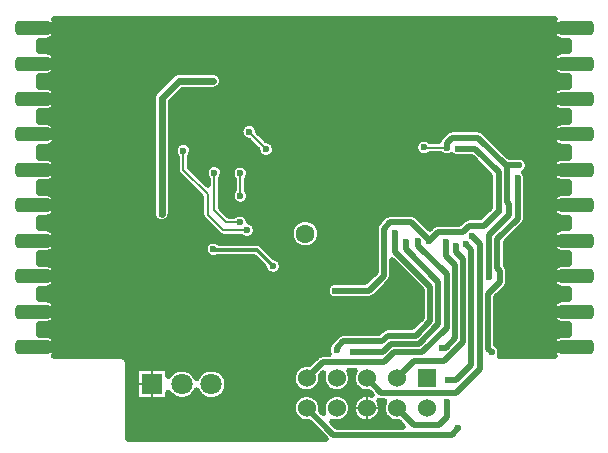
<source format=gbl>
G04 Layer_Physical_Order=2*
G04 Layer_Color=16711680*
%FSLAX24Y24*%
%MOIN*%
G70*
G01*
G75*
%ADD10C,0.0197*%
%ADD31C,0.0079*%
%ADD32C,0.0394*%
%ADD33C,0.0236*%
%ADD34C,0.0118*%
%ADD36C,0.0600*%
%ADD37R,0.0600X0.0600*%
%ADD38R,0.0709X0.0709*%
%ADD39C,0.0709*%
%ADD40C,0.0630*%
G04:AMPARAMS|DCode=41|XSize=118.1mil|YSize=47.2mil|CornerRadius=11.8mil|HoleSize=0mil|Usage=FLASHONLY|Rotation=0.000|XOffset=0mil|YOffset=0mil|HoleType=Round|Shape=RoundedRectangle|*
%AMROUNDEDRECTD41*
21,1,0.1181,0.0236,0,0,0.0*
21,1,0.0945,0.0472,0,0,0.0*
1,1,0.0236,0.0472,-0.0118*
1,1,0.0236,-0.0472,-0.0118*
1,1,0.0236,-0.0472,0.0118*
1,1,0.0236,0.0472,0.0118*
%
%ADD41ROUNDEDRECTD41*%
%ADD42C,0.0236*%
D10*
X44621Y36515D02*
G03*
X44562Y36338I236J-177D01*
G01*
Y36102D02*
G03*
X44857Y35807I295J0D01*
G01*
Y35452D02*
G03*
X44562Y35157I0J-295D01*
G01*
Y34921D02*
G03*
X44857Y34626I295J0D01*
G01*
Y34271D02*
G03*
X44562Y33976I0J-295D01*
G01*
X44857Y33090D02*
G03*
X44562Y32795I0J-295D01*
G01*
Y33740D02*
G03*
X44857Y33444I295J0D01*
G01*
X44562Y32559D02*
G03*
X44857Y32263I295J0D01*
G01*
Y31909D02*
G03*
X44562Y31614I0J-295D01*
G01*
X43730Y31654D02*
G03*
X43329Y31929I-295J0D01*
G01*
X43603Y31411D02*
G03*
X43730Y31654I-168J243D01*
G01*
X44562Y31378D02*
G03*
X44857Y31082I295J0D01*
G01*
Y30728D02*
G03*
X44562Y30433I0J-295D01*
G01*
X43661Y31105D02*
G03*
X43681Y31211I-276J106D01*
G01*
X44562Y30196D02*
G03*
X44857Y29901I295J0D01*
G01*
Y29547D02*
G03*
X44562Y29252I0J-295D01*
G01*
Y29015D02*
G03*
X44857Y28720I295J0D01*
G01*
X43681Y31211D02*
G03*
X43603Y31411I-295J0D01*
G01*
X43581Y29667D02*
G03*
X43661Y29862I-195J195D01*
G01*
X43581Y29667D02*
G03*
X43661Y29862I-195J195D01*
G01*
X43071Y28140D02*
G03*
X42992Y28333I-276J0D01*
G01*
X43071Y28140D02*
G03*
X42992Y28333I-276J0D01*
G01*
X42272Y32764D02*
G03*
X42077Y32844I-195J-195D01*
G01*
X42272Y32764D02*
G03*
X42077Y32844I-195J-195D01*
G01*
X41191D02*
G03*
X40996Y32764I0J-276D01*
G01*
X41191Y32844D02*
G03*
X40996Y32764I0J-276D01*
G01*
X40829Y32596D02*
G03*
X40752Y32451I195J-195D01*
G01*
X40829Y32596D02*
G03*
X40752Y32451I195J-195D01*
G01*
X40477D02*
G03*
X40455Y32018I-211J-207D01*
G01*
X35305Y32185D02*
G03*
X35021Y32480I-295J0D01*
G01*
X41772Y29911D02*
G03*
X41577Y29831I0J-276D01*
G01*
X41772Y29911D02*
G03*
X41577Y29831I0J-276D01*
G01*
X40823Y32018D02*
G03*
X41198Y31996I201J217D01*
G01*
D02*
G03*
X41513Y31929I209J208D01*
G01*
X40732Y29705D02*
G03*
X40537Y29624I0J-276D01*
G01*
X40732Y29705D02*
G03*
X40537Y29624I0J-276D01*
G01*
X40042Y29949D02*
G03*
X39847Y30030I-195J-195D01*
G01*
X40042Y29949D02*
G03*
X39847Y30030I-195J-195D01*
G01*
X39144D02*
G03*
X38949Y29949I0J-276D01*
G01*
X39144Y30030D02*
G03*
X38949Y29949I0J-276D01*
G01*
X38732Y29732D02*
G03*
X38652Y29537I195J-195D01*
G01*
X38732Y29732D02*
G03*
X38652Y29537I195J-195D01*
G01*
X36806Y29370D02*
G03*
X36806Y29370I-492J0D01*
G01*
X35531Y28287D02*
G03*
X35278Y28580I-295J0D01*
G01*
X44857Y28366D02*
G03*
X44562Y28070I0J-295D01*
G01*
Y27834D02*
G03*
X44857Y27539I295J0D01*
G01*
X42990Y27561D02*
G03*
X43071Y27756I-195J195D01*
G01*
X42990Y27561D02*
G03*
X43071Y27756I-195J195D01*
G01*
X39122Y27778D02*
G03*
X39203Y27972I-195J195D01*
G01*
X39122Y27778D02*
G03*
X39203Y27972I-195J195D01*
G01*
X38425Y27195D02*
G03*
X38620Y27276I0J276D01*
G01*
X38425Y27195D02*
G03*
X38620Y27276I0J276D01*
G01*
X44857Y27185D02*
G03*
X44562Y26889I0J-295D01*
G01*
Y26653D02*
G03*
X44857Y26358I295J0D01*
G01*
Y26004D02*
G03*
X44562Y25708I0J-295D01*
G01*
Y25472D02*
G03*
X44621Y25295I295J0D01*
G01*
X42815Y25423D02*
G03*
X42677Y25673I-295J0D01*
G01*
X42786Y25295D02*
G03*
X42815Y25423I-266J128D01*
G01*
X39053Y26250D02*
G03*
X38858Y26169I0J-276D01*
G01*
X39053Y26250D02*
G03*
X38858Y26169I0J-276D01*
G01*
X38771Y23801D02*
G03*
X38851Y23789I81J264D01*
G01*
X37957Y24803D02*
G03*
X38444Y24082I406J-250D01*
G01*
X38771Y23801D02*
G03*
X38851Y23789I81J264D01*
G01*
X38841Y23553D02*
G03*
X38771Y23801I-477J0D01*
G01*
X38949Y23789D02*
G03*
X39444Y23082I414J-237D01*
G01*
X38524Y24002D02*
G03*
X38841Y23553I-161J-449D01*
G01*
X37841Y24553D02*
G03*
X37770Y24803I-477J0D01*
G01*
X37571Y26055D02*
G03*
X37376Y25974I0J-276D01*
G01*
X37571Y26055D02*
G03*
X37376Y25974I0J-276D01*
G01*
X37419Y27746D02*
G03*
X37419Y27195I-106J-276D01*
G01*
X37157Y25756D02*
G03*
X37085Y25627I195J-195D01*
G01*
X37157Y25756D02*
G03*
X37085Y25627I195J-195D01*
G01*
D02*
G03*
X37097Y25354I268J-125D01*
G01*
X36889D02*
G03*
X36695Y25274I0J-276D01*
G01*
X36889Y25354D02*
G03*
X36695Y25274I0J-276D01*
G01*
X34944Y28246D02*
G03*
X35531Y28287I292J42D01*
G01*
X36914Y24714D02*
G03*
X37841Y24553I449J-161D01*
G01*
X36444Y25023D02*
G03*
X36841Y24553I-81J-470D01*
G01*
D02*
G03*
X36834Y24633I-477J0D01*
G01*
X37841Y23553D02*
G03*
X36914Y23392I-477J0D01*
G01*
X37202Y23104D02*
G03*
X37841Y23553I161J449D01*
G01*
X36834Y23472D02*
G03*
X36841Y23553I-470J81D01*
G01*
D02*
G03*
X36444Y23082I-477J0D01*
G01*
X33248Y34173D02*
G03*
X33543Y34469I0J295D01*
G01*
X33248Y34173D02*
G03*
X33543Y34469I0J295D01*
G01*
D02*
G03*
X33248Y34764I-295J0D01*
G01*
X33543Y34469D02*
G03*
X33248Y34764I-295J0D01*
G01*
X34734Y32767D02*
G03*
X34417Y32471I-295J-1D01*
G01*
X34715Y32174D02*
G03*
X35305Y32185I295J11D01*
G01*
X34439Y31378D02*
G03*
X33927Y31177I-295J0D01*
G01*
X34360D02*
G03*
X34439Y31378I-217J201D01*
G01*
X33494Y31197D02*
G03*
X33573Y31398I-217J201D01*
G01*
X34439Y30630D02*
G03*
X34360Y30831I-295J0D01*
G01*
X33927D02*
G03*
X34439Y30630I217J-201D01*
G01*
X33573Y31398D02*
G03*
X33061Y31197I-295J0D01*
G01*
X32096Y34764D02*
G03*
X31888Y34677I0J-295D01*
G01*
X32096Y34764D02*
G03*
X31888Y34677I0J-295D01*
G01*
X31317Y34106D02*
G03*
X31230Y33898I209J-209D01*
G01*
X31317Y34106D02*
G03*
X31230Y33898I209J-209D01*
G01*
X27987Y36338D02*
G03*
X27928Y36515I-295J0D01*
G01*
X27987Y35157D02*
G03*
X27692Y35452I-295J0D01*
G01*
Y35807D02*
G03*
X27987Y36102I0J295D01*
G01*
X27692Y34626D02*
G03*
X27987Y34921I0J295D01*
G01*
Y33976D02*
G03*
X27692Y34271I-295J0D01*
G01*
Y33444D02*
G03*
X27987Y33740I0J295D01*
G01*
X32461Y31935D02*
G03*
X32539Y32136I-217J201D01*
G01*
D02*
G03*
X32028Y31935I-295J0D01*
G01*
Y31496D02*
G03*
X32091Y31343I217J0D01*
G01*
X32028Y31496D02*
G03*
X32091Y31343I217J0D01*
G01*
X27987Y32795D02*
G03*
X27692Y33090I-295J0D01*
G01*
Y32263D02*
G03*
X27987Y32559I0J295D01*
G01*
X27692Y31082D02*
G03*
X27987Y31378I0J295D01*
G01*
Y30433D02*
G03*
X27692Y30728I-295J0D01*
G01*
X27987Y31614D02*
G03*
X27692Y31909I-295J0D01*
G01*
X34665Y29488D02*
G03*
X34428Y29778I-295J0D01*
G01*
X34169Y29272D02*
G03*
X34665Y29488I201J217D01*
G01*
X34428Y29778D02*
G03*
X33933Y29970I-294J-24D01*
G01*
X34852Y29006D02*
G03*
X34685Y29075I-167J-167D01*
G01*
X34852Y29006D02*
G03*
X34685Y29075I-167J-167D01*
G01*
X33419Y29335D02*
G03*
X33573Y29272I153J153D01*
G01*
X33420Y29335D02*
G03*
X33573Y29272I153J153D01*
G01*
X33438Y29075D02*
G03*
X33411Y28602I-190J-226D01*
G01*
X33716Y24350D02*
G03*
X32692Y24551I-531J0D01*
G01*
Y24149D02*
G03*
X33716Y24350I492J201D01*
G01*
X32844Y30000D02*
G03*
X32908Y29847I217J0D01*
G01*
X32844Y30000D02*
G03*
X32908Y29847I217J0D01*
G01*
X31230Y30039D02*
G03*
X31821Y30039I295J0D01*
G01*
X31230D02*
G03*
X31821Y30039I295J0D01*
G01*
X27692Y29901D02*
G03*
X27987Y30196I0J295D01*
G01*
Y29252D02*
G03*
X27692Y29547I-295J0D01*
G01*
Y28720D02*
G03*
X27987Y29015I0J295D01*
G01*
Y28070D02*
G03*
X27692Y28366I-295J0D01*
G01*
X32692Y24551D02*
G03*
X31747Y24628I-492J-201D01*
G01*
Y24072D02*
G03*
X32692Y24149I453J278D01*
G01*
X27692Y27539D02*
G03*
X27987Y27834I0J295D01*
G01*
Y26889D02*
G03*
X27692Y27185I-295J0D01*
G01*
Y26358D02*
G03*
X27987Y26653I0J295D01*
G01*
Y25708D02*
G03*
X27692Y26004I-295J0D01*
G01*
X27928Y25295D02*
G03*
X27987Y25472I-236J177D01*
G01*
X30389Y25078D02*
G03*
X30172Y25295I-217J0D01*
G01*
X30389Y25078D02*
G03*
X30172Y25295I-217J0D01*
G01*
X45039Y35452D02*
Y35807D01*
X44961Y35452D02*
Y35807D01*
X45113Y35452D02*
Y35807D01*
X44857Y35452D02*
X45113D01*
X44857Y35807D02*
X45113D01*
X44882Y35452D02*
Y35807D01*
X45039Y34271D02*
Y34626D01*
X44961Y34271D02*
Y34626D01*
X45113Y34271D02*
Y34626D01*
X44857D02*
X45113D01*
X44882Y34271D02*
Y34626D01*
X44857Y34271D02*
X45113D01*
X44646Y35363D02*
Y35896D01*
X44567Y36390D02*
Y36515D01*
Y35209D02*
Y36050D01*
X44562Y36102D02*
Y36338D01*
X44803Y35447D02*
Y35812D01*
X44724Y35421D02*
Y35838D01*
X44803Y34266D02*
Y34631D01*
X44562Y34921D02*
Y35157D01*
X45039Y33090D02*
Y33444D01*
X44961Y33090D02*
Y33444D01*
X45113Y33090D02*
Y33444D01*
X44857D02*
X45113D01*
X44882Y33090D02*
Y33444D01*
X44857Y33090D02*
X45113D01*
X45039Y31909D02*
Y32263D01*
X44961Y31909D02*
Y32263D01*
X45113Y31909D02*
Y32263D01*
X44857Y31909D02*
X45113D01*
X44857Y32263D02*
X45113D01*
X44882Y31909D02*
Y32263D01*
X44724Y34240D02*
Y34657D01*
X44646Y34182D02*
Y34715D01*
Y33001D02*
Y33534D01*
X44567Y34028D02*
Y34869D01*
Y32847D02*
Y33688D01*
X44803Y33085D02*
Y33450D01*
X44724Y33058D02*
Y33476D01*
X44803Y31904D02*
Y32268D01*
X44724Y31877D02*
Y32295D01*
X44646Y31819D02*
Y32353D01*
X44567Y31666D02*
Y32507D01*
X42150Y32835D02*
X44565D01*
X42358Y32677D02*
X44562D01*
X42437Y32598D02*
X44562D01*
X42831Y32205D02*
X45113D01*
X42752Y32283D02*
X44751D01*
X42909Y32126D02*
X45113D01*
X42595Y32441D02*
X44587D01*
X42516Y32520D02*
X44565D01*
X42673Y32362D02*
X44637D01*
X42835Y32201D02*
Y36515D01*
X42756Y32280D02*
Y36515D01*
X42913Y32122D02*
Y36515D01*
X42598Y32437D02*
Y36515D01*
X42362Y32673D02*
Y36515D01*
X42677Y32358D02*
Y36515D01*
X44562Y32559D02*
Y32795D01*
Y33740D02*
Y33976D01*
X42520Y32516D02*
Y36515D01*
X42280Y32756D02*
X44562D01*
X42283Y32752D02*
Y36515D01*
X42441Y32595D02*
Y36515D01*
X43612Y31890D02*
X44752D01*
X43701Y31782D02*
Y36515D01*
X43067Y31968D02*
X45113D01*
X42988Y32047D02*
X45113D01*
X43720Y31732D02*
X44587D01*
X43730Y31653D02*
X44565D01*
X44562Y31378D02*
Y31614D01*
X43685Y31811D02*
X44638D01*
X43720Y31575D02*
X44562D01*
X43543Y31928D02*
Y36515D01*
X43464Y31947D02*
Y36515D01*
X43622Y31882D02*
Y36515D01*
X43386Y31945D02*
Y36515D01*
X43307Y31929D02*
Y36515D01*
X43228Y31929D02*
Y36515D01*
X43106Y31929D02*
X43329D01*
X43071Y31965D02*
Y36515D01*
X43150Y31929D02*
Y36515D01*
X42272Y32764D02*
X43106Y31929D01*
X42992Y32043D02*
Y36515D01*
X41854Y31929D02*
X42480Y31303D01*
X44857Y31082D02*
X45113D01*
X45039Y30728D02*
Y31082D01*
X45113Y30728D02*
Y31082D01*
X43661Y31102D02*
X44751D01*
X44803Y30723D02*
Y31087D01*
X44857Y30728D02*
X45113D01*
X44882D02*
Y31082D01*
X44961Y30728D02*
Y31082D01*
X43661Y30945D02*
X45113D01*
X43661Y31024D02*
X45113D01*
X44646Y30638D02*
Y31172D01*
X43685Y31496D02*
X44562D01*
X44567Y30485D02*
Y31325D01*
X43680Y31181D02*
X44637D01*
X43677Y31260D02*
X44587D01*
X44724Y30696D02*
Y31114D01*
X43661Y30394D02*
X44562D01*
Y30196D02*
Y30433D01*
X43661Y30236D02*
X44562D01*
X43661Y30315D02*
X44562D01*
X43661Y30157D02*
X44565D01*
X45039Y29547D02*
Y29901D01*
X44961Y29547D02*
Y29901D01*
X45113Y29547D02*
Y29901D01*
X44857D02*
X45113D01*
X44882Y29547D02*
Y29901D01*
X44857Y29547D02*
X45113D01*
X45039Y28366D02*
Y28720D01*
X44961Y28366D02*
Y28720D01*
X45113Y28366D02*
Y28720D01*
X44857Y28366D02*
X45113D01*
X44857Y28720D02*
X45113D01*
X44882Y28366D02*
Y28720D01*
X44803Y29542D02*
Y29906D01*
X44724Y29515D02*
Y29933D01*
X44646Y29457D02*
Y29991D01*
X44567Y29304D02*
Y30144D01*
X44803Y28361D02*
Y28725D01*
X44724Y28334D02*
Y28752D01*
X44646Y28276D02*
Y28810D01*
X44562Y29015D02*
Y29252D01*
X44567Y28123D02*
Y28963D01*
X43661Y30630D02*
X44638D01*
X43661Y30551D02*
X44587D01*
X43661Y30472D02*
X44565D01*
X43661Y30787D02*
X45113D01*
X43661Y30866D02*
X45113D01*
X43661Y30709D02*
X44752D01*
X43661Y30000D02*
X44637D01*
X43661Y30079D02*
X44587D01*
X43661Y29921D02*
X44751D01*
X43643Y29764D02*
X45113D01*
X43661Y29842D02*
X45113D01*
X43597Y29685D02*
X45113D01*
X43612Y31417D02*
X44562D01*
X43622Y31388D02*
Y31425D01*
X42441Y30203D02*
Y31343D01*
X42362Y30124D02*
Y31421D01*
X42283Y30045D02*
Y31500D01*
X43652Y31339D02*
X44565D01*
X43661Y29862D02*
Y31105D01*
X42150Y29911D02*
X42480Y30242D01*
Y31303D01*
X43520Y29606D02*
X45113D01*
X43441Y29527D02*
X44752D01*
X43362Y29449D02*
X44638D01*
X42992Y28740D02*
X44751D01*
X42992Y28819D02*
X44637D01*
X42992Y28661D02*
X45113D01*
X42992Y28346D02*
X44752D01*
X43039Y28268D02*
X44638D01*
X43066Y28189D02*
X44587D01*
X42992Y28504D02*
X45113D01*
X42992Y28583D02*
X45113D01*
X42992Y28425D02*
X45113D01*
X43283Y29370D02*
X44587D01*
X43205Y29291D02*
X44565D01*
X43126Y29213D02*
X44562D01*
X43047Y29134D02*
X44562D01*
X42992Y29079D02*
X43581Y29667D01*
X43071Y28147D02*
Y29157D01*
X42992Y28898D02*
X44587D01*
X42992Y28976D02*
X44565D01*
X42992Y29055D02*
X44562D01*
X42992Y28333D02*
Y29079D01*
X42126Y32840D02*
Y36515D01*
X42047Y32844D02*
Y36515D01*
X42205Y32813D02*
Y36515D01*
X41890Y32844D02*
Y36515D01*
X41653Y32844D02*
Y36515D01*
X41968Y32844D02*
Y36515D01*
X41811Y32844D02*
Y36515D01*
X41191Y32844D02*
X42077D01*
X41575D02*
Y36515D01*
X41732Y32844D02*
Y36515D01*
X41339Y32844D02*
Y36515D01*
X41260Y32844D02*
Y36515D01*
X41417Y32844D02*
Y36515D01*
X41181Y32844D02*
Y36515D01*
X41102Y32830D02*
Y36515D01*
X40945Y32713D02*
Y36515D01*
X41496Y32844D02*
Y36515D01*
X41024Y32788D02*
Y36515D01*
X40866Y32634D02*
Y36515D01*
X40829Y32596D02*
X40996Y32764D01*
X40787Y32543D02*
Y36515D01*
X40709Y32451D02*
Y36515D01*
X40630Y32451D02*
Y36515D01*
X40472Y32455D02*
Y36515D01*
X40394Y32510D02*
Y36515D01*
X40551Y32451D02*
Y36515D01*
X40630Y29685D02*
Y32018D01*
X40372Y32520D02*
X40775D01*
X40477Y32451D02*
X40752D01*
X40315Y32535D02*
Y36515D01*
X40236Y32538D02*
Y36515D01*
X40157Y32519D02*
Y36515D01*
X40079Y32473D02*
Y36515D01*
X40000Y32373D02*
Y36515D01*
X39921Y30019D02*
Y36515D01*
X39842Y30030D02*
Y36515D01*
X39764Y30030D02*
Y36515D01*
X40000Y29983D02*
Y32116D01*
X39606Y30030D02*
Y36515D01*
X39527Y30030D02*
Y36515D01*
X39685Y30030D02*
Y36515D01*
X34903Y32598D02*
X40831D01*
X34981Y32520D02*
X40160D01*
X39449Y30030D02*
Y36515D01*
X34726Y32835D02*
X41118D01*
X34745Y32756D02*
X40988D01*
X34824Y32677D02*
X40909D01*
X35304Y32205D02*
X39973D01*
X35288Y32283D02*
X39973D01*
X35299Y32126D02*
X39995D01*
X35157Y32441D02*
X40046D01*
X35246Y32362D02*
X39995D01*
X35271Y32047D02*
X40046D01*
X39291Y30030D02*
Y36515D01*
X39213Y30030D02*
Y36515D01*
X39370Y30030D02*
Y36515D01*
X35197Y32414D02*
Y36515D01*
X35118Y32460D02*
Y36515D01*
X35276Y32314D02*
Y36515D01*
X35039Y32479D02*
Y36515D01*
X34961Y32541D02*
Y36515D01*
X34882Y32619D02*
Y36515D01*
X34803Y32698D02*
Y36515D01*
X34734Y32767D02*
X35021Y32480D01*
X38661Y29610D02*
Y36515D01*
X36693Y29684D02*
Y36515D01*
X36772Y29551D02*
Y36515D01*
X36535Y29809D02*
Y36515D01*
X36457Y29841D02*
Y36515D01*
X36614Y29760D02*
Y36515D01*
X39134Y30029D02*
Y36515D01*
X39055Y30015D02*
Y36515D01*
X38976Y29973D02*
Y36515D01*
X38898Y29898D02*
Y36515D01*
X38819Y29819D02*
Y36515D01*
X38740Y29740D02*
Y36515D01*
X36378Y29858D02*
Y36515D01*
X36299Y29862D02*
Y36515D01*
X36220Y29853D02*
Y36515D01*
X36142Y29831D02*
Y36515D01*
X36063Y29793D02*
Y36515D01*
X35984Y29735D02*
Y36515D01*
X35905Y29644D02*
Y36515D01*
X35827Y29437D02*
Y36515D01*
X35512Y28394D02*
Y36515D01*
X35354Y28558D02*
Y36515D01*
X35276Y28582D02*
Y32056D01*
X35433Y28508D02*
Y36515D01*
X42047Y29911D02*
Y31736D01*
X41968Y29911D02*
Y31815D01*
X42126Y29911D02*
Y31658D01*
X41513Y31929D02*
X41854D01*
X41811Y29911D02*
Y31929D01*
X41890Y29911D02*
Y31894D01*
X42205Y29966D02*
Y31579D01*
X41772Y29911D02*
X42150D01*
X39971Y30000D02*
X42238D01*
X40069Y29921D02*
X42159D01*
X41152Y31968D02*
X41230D01*
X40455Y32018D02*
X40823D01*
X40079Y29912D02*
Y32016D01*
X40157Y29833D02*
Y31969D01*
X41732Y29909D02*
Y31929D01*
X41653Y29885D02*
Y31929D01*
X41575Y29829D02*
Y31929D01*
X40148Y29842D02*
X41589D01*
X40372Y31968D02*
X40895D01*
X40227Y29764D02*
X41510D01*
X41181Y29705D02*
Y31984D01*
X41102Y29705D02*
Y31950D01*
X41260Y29705D02*
Y31949D01*
X40866Y29705D02*
Y31985D01*
X40787Y29705D02*
Y32018D01*
X40945Y29705D02*
Y31950D01*
X41451Y29705D02*
X41577Y29831D01*
X41496Y29750D02*
Y31923D01*
X41417Y29705D02*
Y31910D01*
X40732Y29705D02*
X41451D01*
X41024D02*
Y31939D01*
X41339Y29705D02*
Y31918D01*
X40709Y29704D02*
Y32018D01*
X40551Y29637D02*
Y32018D01*
X40472Y29559D02*
Y32018D01*
X40315Y29676D02*
Y31953D01*
X40236Y29754D02*
Y31950D01*
X40394Y29597D02*
Y31978D01*
X40452Y29539D02*
X40537Y29624D01*
X40305Y29685D02*
X40630D01*
X40384Y29606D02*
X40519D01*
X40042Y29949D02*
X40452Y29539D01*
X39144Y30030D02*
X39847D01*
X35211Y31968D02*
X40160D01*
X38732Y29732D02*
X38949Y29949D01*
X36451Y29842D02*
X38842D01*
X36609Y29764D02*
X38764D01*
X36692Y29685D02*
X38694D01*
X36806Y29370D02*
X38652D01*
X36800Y29449D02*
X38652D01*
X36800Y29291D02*
X38652D01*
X36746Y29606D02*
X38660D01*
X36780Y29527D02*
X38652D01*
X34803Y29043D02*
Y31974D01*
X36746Y29134D02*
X38652D01*
X36781Y29213D02*
X38652D01*
X36693Y29055D02*
X38652D01*
X34881Y28976D02*
X36018D01*
X34780Y29055D02*
X35936D01*
X36610Y28976D02*
X38652D01*
X35275Y28583D02*
X38652D01*
X36453Y28898D02*
X38652D01*
X35437Y28504D02*
X38652D01*
X35118Y28740D02*
X38652D01*
X35039Y28819D02*
X38652D01*
X35196Y28661D02*
X38652D01*
X39203Y28346D02*
X39335D01*
X39203Y28425D02*
X39256D01*
X39203Y28268D02*
X39413D01*
X39203Y28189D02*
X39492D01*
X35526Y28346D02*
X38652D01*
X39203Y28110D02*
X39571D01*
X35118Y28740D02*
Y31910D01*
X35197Y28661D02*
Y31956D01*
X34961Y28897D02*
Y31894D01*
X34882Y28976D02*
Y31919D01*
X35039Y28818D02*
Y31891D01*
X35531Y28268D02*
X38652D01*
X35497Y28425D02*
X38652D01*
X35515Y28189D02*
X38652D01*
X34960Y28898D02*
X36175D01*
X34852Y29006D02*
X35278Y28580D01*
X44857Y27539D02*
X45113D01*
X44803Y27180D02*
Y27544D01*
X44724Y27153D02*
Y27571D01*
X42988Y27559D02*
X44751D01*
X45039Y27185D02*
Y27539D01*
X44961Y27185D02*
Y27539D01*
X45113Y27185D02*
Y27539D01*
X42831Y27402D02*
X45113D01*
X42909Y27480D02*
X45113D01*
X44882Y27185D02*
Y27539D01*
X43071Y28110D02*
X44565D01*
X44562Y27834D02*
Y28070D01*
X43071Y27756D02*
Y28140D01*
Y27953D02*
X44562D01*
X43071Y28031D02*
X44562D01*
X43071Y27874D02*
X44562D01*
X43068Y27716D02*
X44587D01*
X43071Y27795D02*
X44565D01*
X44646Y27095D02*
Y27629D01*
X43044Y27638D02*
X44637D01*
X44409Y25295D02*
Y36515D01*
X44331Y25295D02*
Y36515D01*
X44488Y25295D02*
Y36515D01*
X44173Y25295D02*
Y36515D01*
X44094Y25295D02*
Y36515D01*
X44252Y25295D02*
Y36515D01*
X44567Y26941D02*
Y27782D01*
X44016Y25295D02*
Y36515D01*
X43937Y25295D02*
Y36515D01*
X43779Y25295D02*
Y36515D01*
X43701Y25295D02*
Y31525D01*
X43858Y25295D02*
Y36515D01*
X43543Y25295D02*
Y29630D01*
X43464Y25295D02*
Y29551D01*
X43622Y25295D02*
Y29720D01*
X43307Y25295D02*
Y29394D01*
X43228Y25295D02*
Y29315D01*
X43386Y25295D02*
Y29472D01*
X43071Y25295D02*
Y27749D01*
X42992Y25295D02*
Y27563D01*
X43150Y25295D02*
Y29236D01*
X42835Y25295D02*
Y27405D01*
X42756Y25601D02*
Y27327D01*
X42913Y25295D02*
Y27484D01*
X39185Y27874D02*
X39807D01*
X39202Y27953D02*
X39728D01*
X39203Y28478D02*
X40197Y27484D01*
X39061Y27716D02*
X39965D01*
X39138Y27795D02*
X39886D01*
X38982Y27638D02*
X40043D01*
X42752Y27323D02*
X45113D01*
X38903Y27559D02*
X40122D01*
X42677Y27248D02*
X42990Y27561D01*
X38746Y27402D02*
X40197D01*
X38825Y27480D02*
X40197D01*
X38667Y27323D02*
X40197D01*
X38652Y28087D02*
Y29537D01*
X38583Y28018D02*
Y36515D01*
X39203Y27972D02*
Y28478D01*
X35472Y28110D02*
X38652D01*
X38504Y27939D02*
Y36515D01*
X38311Y27746D02*
X38652Y28087D01*
X39203Y28031D02*
X39650D01*
X38620Y27276D02*
X39122Y27778D01*
X35383Y28031D02*
X38596D01*
X39764Y26250D02*
Y27917D01*
X39685Y26250D02*
Y27996D01*
X39842Y26250D02*
Y27839D01*
X39527Y26250D02*
Y28154D01*
X39449Y26250D02*
Y28232D01*
X39606Y26250D02*
Y28075D01*
X40197Y26573D02*
Y27484D01*
X40157Y26533D02*
Y27524D01*
X42677Y25673D02*
Y27248D01*
X40079Y26455D02*
Y27602D01*
X40000Y26376D02*
Y27681D01*
X39921Y26297D02*
Y27760D01*
X39291Y26250D02*
Y28390D01*
X39213Y26250D02*
Y28469D01*
X39370Y26250D02*
Y28311D01*
X39134Y26250D02*
Y27790D01*
X39055Y26250D02*
Y27711D01*
X38976Y26239D02*
Y27632D01*
X38898Y26202D02*
Y27553D01*
X38819Y26130D02*
Y27474D01*
X38740Y26055D02*
Y27396D01*
X38583Y26055D02*
Y27244D01*
X38661Y26055D02*
Y27317D01*
X44857Y27185D02*
X45113D01*
X44857Y26358D02*
X45113D01*
X42677Y27244D02*
X45113D01*
X42677Y27165D02*
X44752D01*
X44857Y26004D02*
X45113D01*
X42677Y26299D02*
X45113D01*
X44882Y26004D02*
Y26358D01*
X42677Y26142D02*
X45113D01*
X42677Y26220D02*
X45113D01*
X42677Y26063D02*
X45113D01*
X42677Y27087D02*
X44638D01*
X42677Y27008D02*
X44587D01*
X44562Y26653D02*
Y26889D01*
X42677Y26929D02*
X44565D01*
X42677Y26850D02*
X44562D01*
X42677Y26772D02*
X44562D01*
X42677Y26614D02*
X44565D01*
X42677Y26693D02*
X44562D01*
X42677Y26535D02*
X44587D01*
X42677Y26378D02*
X44751D01*
X42677Y26457D02*
X44637D01*
X39874Y26250D02*
X40197Y26573D01*
X45039Y26004D02*
Y26358D01*
X44961Y26004D02*
Y26358D01*
X45113Y26004D02*
Y26358D01*
X44803Y25998D02*
Y26363D01*
X44724Y25972D02*
Y26390D01*
X44646Y25914D02*
Y26448D01*
X42786Y25295D02*
X44621D01*
X42677Y25984D02*
X44752D01*
X42677Y25905D02*
X44638D01*
X42677Y25827D02*
X44587D01*
X44567Y25760D02*
Y26601D01*
X42763Y25591D02*
X44562D01*
Y25472D02*
Y25708D01*
X42677Y25748D02*
X44565D01*
X42683Y25669D02*
X44562D01*
X42807Y25354D02*
X44587D01*
X42815Y25433D02*
X44565D01*
X44567Y25295D02*
Y25420D01*
X42801Y25512D02*
X44562D01*
X39527Y22943D02*
Y22999D01*
X39053Y26250D02*
X39874D01*
X38582Y27244D02*
X40197D01*
X38744Y26055D02*
X38858Y26169D01*
X38851Y23789D02*
X38949D01*
X38898Y23656D02*
Y23789D01*
X38840Y23543D02*
X38886D01*
X38783Y23779D02*
X38944D01*
X38817Y23701D02*
X38910D01*
X38835Y23622D02*
X38891D01*
X38504Y26055D02*
Y27206D01*
X38425Y26055D02*
Y27195D01*
X38444Y24082D02*
X38524Y24002D01*
X37571Y26055D02*
X38744D01*
X37419Y27195D02*
X38425D01*
X38819Y23695D02*
Y23791D01*
X38479Y24016D02*
X38511D01*
X38425Y24026D02*
Y24080D01*
X39213Y22943D02*
Y23100D01*
X39134Y22943D02*
Y23134D01*
X39444Y23082D02*
X39583Y22943D01*
X38619Y23150D02*
X39108D01*
X39055Y22943D02*
Y23189D01*
X39370Y22943D02*
Y23076D01*
X39291Y22943D02*
Y23081D01*
X39449Y22943D02*
Y23078D01*
X37314Y22992D02*
X39534D01*
X37235Y23071D02*
X39456D01*
X37363Y22943D02*
X39583D01*
X38898D02*
Y23449D01*
X38832Y23465D02*
X38894D01*
X38819Y22943D02*
Y23410D01*
X38772Y23307D02*
X38954D01*
X38810Y23386D02*
X38916D01*
X38713Y23228D02*
X39014D01*
X38740Y22943D02*
Y23260D01*
X38976Y22943D02*
Y23274D01*
X38583Y22943D02*
Y23129D01*
X38504Y22943D02*
Y23097D01*
X38661Y22943D02*
Y23180D01*
X38425Y27860D02*
Y36515D01*
X38346Y27781D02*
Y36515D01*
X38268Y27746D02*
Y36515D01*
X38110Y27746D02*
Y36515D01*
X38031Y27746D02*
Y36515D01*
X38189Y27746D02*
Y36515D01*
Y26055D02*
Y27195D01*
X38031Y26055D02*
Y27195D01*
X38268Y26055D02*
Y27195D01*
X37419Y27746D02*
X38311D01*
X37953D02*
Y36515D01*
Y26055D02*
Y27195D01*
X37795Y27746D02*
Y36515D01*
X37716Y27746D02*
Y36515D01*
X37874Y27746D02*
Y36515D01*
X37638Y27746D02*
Y36515D01*
X37559Y27746D02*
Y36515D01*
X37165Y27726D02*
Y36515D01*
X37795Y26055D02*
Y27195D01*
X37480Y27746D02*
Y36515D01*
X37874Y26055D02*
Y27195D01*
X37323Y27766D02*
Y36515D01*
X37244Y27758D02*
Y36515D01*
X37401Y27752D02*
Y36515D01*
X38346Y26055D02*
Y27195D01*
X38110Y26055D02*
Y27195D01*
X37874Y22943D02*
Y24803D01*
X37770D02*
X37957D01*
X37795Y24756D02*
Y24803D01*
X37831Y24646D02*
X37895D01*
X37840Y24567D02*
X37886D01*
X37836Y24488D02*
X37891D01*
X37770Y24803D02*
X37957D01*
X37809Y24724D02*
X37918D01*
X37819Y24409D02*
X37908D01*
X37716Y26055D02*
Y27195D01*
X37638Y26055D02*
Y27195D01*
X37559Y26055D02*
Y27195D01*
X37480Y26040D02*
Y27195D01*
X37165Y25764D02*
Y27215D01*
X37087Y25634D02*
Y27281D01*
X37401Y25997D02*
Y27189D01*
X37323Y25921D02*
Y27175D01*
X37244Y25842D02*
Y27183D01*
X37157Y25756D02*
X37376Y25974D01*
X37087Y27660D02*
Y36515D01*
X37008Y25354D02*
Y36515D01*
X36929Y25354D02*
Y36515D01*
X36850Y25352D02*
Y36515D01*
X36772Y25328D02*
Y29188D01*
X36889Y25354D02*
X37097D01*
X36693Y25272D02*
Y29055D01*
X36614Y25193D02*
Y28980D01*
X36535Y25114D02*
Y28930D01*
X36142Y24975D02*
Y28909D01*
X36063Y24923D02*
Y28947D01*
X35984Y24842D02*
Y29005D01*
X36457Y25036D02*
Y28899D01*
X36378Y25030D02*
Y28882D01*
X36444Y25023D02*
X36695Y25274D01*
X36299Y25026D02*
Y28878D01*
X36220Y25008D02*
Y28887D01*
X36834Y24633D02*
X36914Y24714D01*
X35905Y24687D02*
Y29096D01*
X35827Y22519D02*
Y29302D01*
X35748Y22519D02*
Y36515D01*
X36846Y24646D02*
X36895D01*
X36840Y24567D02*
X36886D01*
X36850Y23456D02*
Y24650D01*
X36836Y24488D02*
X36891D01*
X35905Y23687D02*
Y24419D01*
X35590Y22519D02*
Y36515D01*
X35512Y22519D02*
Y28181D01*
X35669Y22519D02*
Y36515D01*
X34882Y22519D02*
Y28308D01*
X34803Y22519D02*
Y28386D01*
X34961Y22519D02*
Y28182D01*
X35354Y22519D02*
Y28017D01*
X35276Y22519D02*
Y27995D01*
X35433Y22519D02*
Y28067D01*
X35118Y22519D02*
Y28017D01*
X35039Y22519D02*
Y28067D01*
X35197Y22519D02*
Y27995D01*
X38189Y23997D02*
Y24109D01*
X38110Y23957D02*
Y24148D01*
X38031Y23896D02*
Y24210D01*
X37653Y24173D02*
X38074D01*
X37734Y24252D02*
X37993D01*
X37953Y23796D02*
Y24310D01*
X38346Y24030D02*
Y24076D01*
X38268Y24020D02*
Y24085D01*
X37730Y23858D02*
X37997D01*
X37479Y24016D02*
X38248D01*
X37496Y24094D02*
X38231D01*
X37646Y23937D02*
X38080D01*
X37786Y24331D02*
X37941D01*
X37716Y23874D02*
Y24232D01*
X37795Y23756D02*
Y24350D01*
X37559Y23988D02*
Y24118D01*
X37244Y24015D02*
Y24091D01*
X37638Y23943D02*
Y24162D01*
X37783Y23779D02*
X37944D01*
X37817Y23701D02*
X37910D01*
X37836Y23622D02*
X37891D01*
X37401Y24028D02*
Y24077D01*
X37323Y24028D02*
Y24077D01*
X37480Y24015D02*
Y24090D01*
X37713Y23228D02*
X38014D01*
X37772Y23307D02*
X37954D01*
X38031Y22943D02*
Y23210D01*
X38346Y22943D02*
Y23076D01*
X38268Y22943D02*
Y23085D01*
X38425Y22943D02*
Y23080D01*
X38110Y22943D02*
Y23148D01*
X37619Y23150D02*
X38108D01*
X38189Y22943D02*
Y23109D01*
X37832Y23465D02*
X37894D01*
X37840Y23543D02*
X37886D01*
X37953Y22943D02*
Y23310D01*
X37810Y23386D02*
X37916D01*
X37795Y22943D02*
Y23350D01*
X37716Y22943D02*
Y23232D01*
X37559Y22943D02*
Y23118D01*
X37480Y22943D02*
Y23090D01*
X37638Y22943D02*
Y23162D01*
X37401Y22943D02*
Y23077D01*
X37323Y22983D02*
Y23077D01*
X37202Y23104D02*
X37363Y22943D01*
X37087Y23941D02*
Y24164D01*
X37008Y23871D02*
Y24235D01*
X36929Y23750D02*
Y24355D01*
X36734Y24252D02*
X36993D01*
X36786Y24331D02*
X36941D01*
X36653Y24173D02*
X37074D01*
X37165Y23987D02*
Y24119D01*
X36730Y23858D02*
X36997D01*
X36783Y23779D02*
X36944D01*
X36479Y24016D02*
X37248D01*
X36496Y24094D02*
X37231D01*
X36646Y23937D02*
X37080D01*
X36819Y24409D02*
X36908D01*
X36693Y23898D02*
Y24208D01*
X36772Y23800D02*
Y24306D01*
X36614Y23959D02*
Y24147D01*
X36063Y23923D02*
Y24182D01*
X35984Y23842D02*
Y24263D01*
X36457Y24021D02*
Y24085D01*
X36378Y24030D02*
Y24076D01*
X36535Y23998D02*
Y24108D01*
X36299Y24026D02*
Y24080D01*
X36220Y24008D02*
Y24098D01*
X36142Y23975D02*
Y24130D01*
X36835Y23622D02*
X36891D01*
X36817Y23701D02*
X36910D01*
X36841Y23465D02*
X36894D01*
X36850Y22519D02*
Y22676D01*
X36929Y22519D02*
Y22597D01*
X36834Y23472D02*
X36914Y23392D01*
X36840Y23543D02*
X36886D01*
X36444Y23082D02*
X37007Y22519D01*
X36220D02*
Y23098D01*
X36142Y22519D02*
Y23130D01*
X36299Y22519D02*
Y23080D01*
X35984Y22519D02*
Y23263D01*
X35905Y22519D02*
Y23419D01*
X36063Y22519D02*
Y23182D01*
X36693Y22519D02*
Y22834D01*
X36614Y22519D02*
Y22912D01*
X36772Y22519D02*
Y22755D01*
X36457Y22519D02*
Y23070D01*
X36378Y22519D02*
Y23076D01*
X36535Y22519D02*
Y22991D01*
X34488Y33057D02*
Y36515D01*
X34409Y33060D02*
Y36515D01*
X34331Y33040D02*
Y36515D01*
X33484Y34646D02*
X44751D01*
X33395Y34724D02*
X44637D01*
X33526Y34567D02*
X45113D01*
X33537Y34409D02*
X45113D01*
X33543Y34488D02*
X45113D01*
X33509Y34331D02*
X45113D01*
X33449Y34252D02*
X44752D01*
X33150Y34764D02*
Y36515D01*
X33071Y34764D02*
Y36515D01*
X33228Y34764D02*
Y36515D01*
X32913Y34764D02*
Y36515D01*
X32835Y34764D02*
Y36515D01*
X32992Y34764D02*
Y36515D01*
X33465Y34669D02*
Y36515D01*
X33386Y34730D02*
Y36515D01*
X33543Y34475D02*
Y36515D01*
X33307Y34758D02*
Y36515D01*
X34646Y32977D02*
Y36515D01*
X34567Y33032D02*
Y36515D01*
X34724Y32842D02*
Y36515D01*
X34252Y32994D02*
Y36515D01*
X34173Y32894D02*
Y36515D01*
X33937Y31589D02*
Y36515D01*
X34629Y32992D02*
X44638D01*
X34695Y32913D02*
X44587D01*
X34094Y31669D02*
Y36515D01*
X34016Y31644D02*
Y36515D01*
X33858Y31453D02*
Y36515D01*
X33622Y30109D02*
Y36515D01*
X33543Y31526D02*
Y34462D01*
X33701Y30031D02*
Y36515D01*
X33386Y31672D02*
Y34207D01*
X33307Y31691D02*
Y34179D01*
X33465Y31626D02*
Y34268D01*
X33228Y31689D02*
Y34173D01*
X33150Y31664D02*
Y34173D01*
X33071Y31608D02*
Y34173D01*
X32992Y31473D02*
Y34173D01*
X32835Y31212D02*
Y34173D01*
X32913Y31133D02*
Y34173D01*
X27928Y36515D02*
X44621D01*
X27963Y36457D02*
X44587D01*
X27963Y35984D02*
X44587D01*
X27799Y35827D02*
X44751D01*
X27912Y35905D02*
X44637D01*
X27436Y35748D02*
X45113D01*
X27797Y35433D02*
X44752D01*
X27912Y35354D02*
X44638D01*
X27963Y35276D02*
X44587D01*
X27436Y35590D02*
X45113D01*
X27436Y35669D02*
X45113D01*
X27436Y35512D02*
X45113D01*
X27987Y36220D02*
X44562D01*
X27987Y36299D02*
X44562D01*
X27987Y36142D02*
X44562D01*
X27985Y36378D02*
X44565D01*
X27985Y36063D02*
X44565D01*
X27985Y35197D02*
X44565D01*
X27987Y35039D02*
X44562D01*
X27987Y35118D02*
X44562D01*
X32096Y34764D02*
X33248D01*
X27985Y34882D02*
X44565D01*
X27987Y34961D02*
X44562D01*
X27963Y34803D02*
X44587D01*
X32219Y34173D02*
X44638D01*
X32140Y34094D02*
X44587D01*
X32061Y34016D02*
X44565D01*
X31821Y33622D02*
X44587D01*
X31821Y33701D02*
X44565D01*
X31821Y33543D02*
X44637D01*
X31821Y33150D02*
X45113D01*
X31821Y33228D02*
X45113D01*
X31821Y33071D02*
X44752D01*
X31821Y33386D02*
X45113D01*
X31821Y33465D02*
X44751D01*
X31821Y33307D02*
X45113D01*
X32756Y34764D02*
Y36515D01*
X32677Y34764D02*
Y36515D01*
X32756Y31291D02*
Y34173D01*
X31982Y33937D02*
X44562D01*
X32219Y34173D02*
X33248D01*
X31904Y33858D02*
X44562D01*
X31825Y33779D02*
X44562D01*
X31821Y32992D02*
X34249D01*
X31821Y32913D02*
X34183D01*
X31821Y32835D02*
X34152D01*
X31821Y32756D02*
X34144D01*
X31821Y32677D02*
X34157D01*
X34417Y32471D02*
X34715Y32174D01*
X34436Y31417D02*
X42366D01*
X34364Y31575D02*
X42209D01*
X34250Y31653D02*
X42130D01*
X34414Y31496D02*
X42287D01*
X34414Y31260D02*
X42480D01*
X34436Y31339D02*
X42445D01*
X34364Y31181D02*
X42480D01*
X34360Y31024D02*
X42480D01*
X34360Y31102D02*
X42480D01*
X34360Y30945D02*
X42480D01*
X34331Y31607D02*
Y32491D01*
X34252Y31653D02*
Y32537D01*
X34409Y31507D02*
Y32472D01*
X34173Y31672D02*
Y32637D01*
X33514Y31575D02*
X33924D01*
X33567Y31339D02*
X33851D01*
X33572Y31417D02*
X33851D01*
X33539Y31260D02*
X33873D01*
X33556Y31496D02*
X33873D01*
X34439Y30630D02*
X42480D01*
X34428Y30709D02*
X42480D01*
X34428Y30551D02*
X42480D01*
X34394Y30787D02*
X42480D01*
X34360Y30866D02*
X42480D01*
X34321Y30394D02*
X42480D01*
X34393Y30472D02*
X42480D01*
X34297Y30000D02*
X39019D01*
X33495Y30236D02*
X42474D01*
X33574Y30157D02*
X42396D01*
X33653Y30079D02*
X42317D01*
X34360Y30831D02*
Y31177D01*
X33927Y30831D02*
Y31177D01*
X34409Y30759D02*
Y31249D01*
X33858Y30705D02*
Y31303D01*
X33494Y30237D02*
Y31197D01*
X33543Y30188D02*
Y31269D01*
X34173Y30047D02*
Y30336D01*
X34094Y30047D02*
Y30339D01*
X34252Y30025D02*
Y30355D01*
X33494Y30551D02*
X33859D01*
X34016Y30025D02*
Y30364D01*
X32500Y32283D02*
X34605D01*
X32434Y32362D02*
X34527D01*
X32531Y32205D02*
X34684D01*
X31821Y32520D02*
X34276D01*
X31821Y32598D02*
X34196D01*
X31821Y32441D02*
X34448D01*
X32526Y32047D02*
X34749D01*
X32539Y32126D02*
X34721D01*
X32487Y31968D02*
X34809D01*
X32461Y31811D02*
X41973D01*
X32461Y31890D02*
X41894D01*
X32461Y31732D02*
X42051D01*
X33425Y31653D02*
X34038D01*
X32629Y31417D02*
X32983D01*
X32461Y31653D02*
X33130D01*
X32472Y31575D02*
X33041D01*
X32550Y31496D02*
X32999D01*
X33494Y31102D02*
X33927D01*
X33494Y31181D02*
X33924D01*
X32944Y31102D02*
X33061D01*
X32787Y31260D02*
X33016D01*
X32708Y31339D02*
X32988D01*
X32865Y31181D02*
X33061D01*
X33494Y30945D02*
X33927D01*
X33494Y31024D02*
X33927D01*
X33494Y30866D02*
X33927D01*
X33061Y30985D02*
Y31197D01*
X33023Y31024D02*
X33061D01*
X32461Y31586D02*
X33061Y30985D01*
X33494Y30394D02*
X33967D01*
X33494Y30472D02*
X33894D01*
X33494Y30315D02*
X42480D01*
X33494Y30787D02*
X33894D01*
X33494Y30709D02*
X33859D01*
X33494Y30630D02*
X33848D01*
X32992Y31054D02*
Y31322D01*
X32091Y31343D02*
X32844Y30589D01*
Y30000D02*
Y30589D01*
X31821Y30630D02*
X32804D01*
X31821Y30709D02*
X32725D01*
X31821Y30551D02*
X32844D01*
X31821Y30157D02*
X32844D01*
X31821Y30236D02*
X32844D01*
X31821Y30079D02*
X32844D01*
X31821Y30394D02*
X32844D01*
X31821Y30472D02*
X32844D01*
X31821Y30315D02*
X32844D01*
X32520Y34764D02*
Y36515D01*
X32441Y34764D02*
Y36515D01*
X32598Y34764D02*
Y36515D01*
X32283Y34764D02*
Y36515D01*
X32205Y34764D02*
Y36515D01*
X32362Y34764D02*
Y36515D01*
X32126Y34764D02*
Y36515D01*
X32047Y34760D02*
Y36515D01*
X31968Y34735D02*
Y36515D01*
X31890Y34679D02*
Y36515D01*
X31811Y34601D02*
Y36515D01*
X31732Y34522D02*
Y36515D01*
X31653Y34443D02*
Y36515D01*
X31575Y34364D02*
Y36515D01*
X31496Y34286D02*
Y36515D01*
X31417Y34207D02*
Y36515D01*
X31339Y34128D02*
Y36515D01*
X27987Y36102D02*
Y36338D01*
X31317Y34106D02*
X31888Y34677D01*
X27987Y34921D02*
Y35157D01*
X27953Y35296D02*
Y35963D01*
Y34115D02*
Y34782D01*
X32598Y31448D02*
Y34173D01*
X32520Y32242D02*
Y34173D01*
X32677Y31369D02*
Y34173D01*
X32362Y32406D02*
Y34173D01*
X32283Y32428D02*
Y34173D01*
X32441Y32356D02*
Y34173D01*
X32205Y32428D02*
Y34159D01*
X32126Y32406D02*
Y34080D01*
X32047Y32356D02*
Y34002D01*
X31821Y33775D02*
X32219Y34173D01*
X31968Y32242D02*
Y33923D01*
X31821Y30039D02*
Y33775D01*
X31260Y34026D02*
Y36515D01*
X27963Y34094D02*
X31305D01*
X27985Y34016D02*
X31255D01*
X27987Y33740D02*
Y33976D01*
Y33937D02*
X31233D01*
X27987Y33858D02*
X31230D01*
Y30039D02*
Y33898D01*
X27985Y33701D02*
X31230D01*
X27987Y33779D02*
X31230D01*
X27963Y33622D02*
X31230D01*
X27953Y36477D02*
Y36515D01*
X27874Y35390D02*
Y35869D01*
X27912Y34724D02*
X31949D01*
X27799Y34646D02*
X31856D01*
X27436Y34567D02*
X31777D01*
X27436Y34488D02*
X31698D01*
X27436Y34409D02*
X31620D01*
X27436Y34331D02*
X31541D01*
X27716Y35451D02*
Y35808D01*
X27638Y35452D02*
Y35807D01*
X27795Y35434D02*
Y35825D01*
X27436Y35807D02*
X27692D01*
X27436Y35452D02*
Y35807D01*
X27480Y35452D02*
Y35807D01*
X27638Y34271D02*
Y34626D01*
X27559Y35452D02*
Y35807D01*
X27480Y34271D02*
Y34626D01*
X27436D02*
X27692D01*
X27436Y35452D02*
X27692D01*
X27436Y34271D02*
X27692D01*
X27912Y34173D02*
X31384D01*
X27874Y34209D02*
Y34688D01*
X27953Y32934D02*
Y33601D01*
X27797Y34252D02*
X31462D01*
X27799Y33465D02*
X31230D01*
X27912Y33543D02*
X31230D01*
X27436Y33386D02*
X31230D01*
X27436Y33228D02*
X31230D01*
X27436Y33307D02*
X31230D01*
X27436Y33150D02*
X31230D01*
X27795Y33072D02*
Y33463D01*
Y34253D02*
Y34644D01*
X27874Y33028D02*
Y33507D01*
X27559Y34271D02*
Y34626D01*
X27436Y34271D02*
Y34626D01*
X27716Y34270D02*
Y34627D01*
X27638Y33090D02*
Y33444D01*
X27559Y33090D02*
Y33444D01*
X27716Y33089D02*
Y33445D01*
X27436Y33444D02*
X27692D01*
X27480Y33090D02*
Y33444D01*
X27436Y33090D02*
Y33444D01*
X32461Y31586D02*
Y31935D01*
X32520Y31527D02*
Y32030D01*
X31821Y32362D02*
X32054D01*
X31821Y31968D02*
X32001D01*
X31821Y31811D02*
X32028D01*
X31821Y31890D02*
X32028D01*
Y31496D02*
Y31935D01*
X31821Y31653D02*
X32028D01*
X31821Y31732D02*
X32028D01*
X31821Y31575D02*
X32028D01*
X27987Y32677D02*
X31230D01*
X27987Y32756D02*
X31230D01*
X27987Y32559D02*
Y32795D01*
Y32598D02*
X31230D01*
X27985Y32835D02*
X31230D01*
X27985Y32520D02*
X31230D01*
X31821Y32283D02*
X31988D01*
X31821Y32205D02*
X31957D01*
X31821Y32126D02*
X31949D01*
X31821Y32047D02*
X31962D01*
X27985Y31653D02*
X31230D01*
X27987Y31575D02*
X31230D01*
X31821Y31496D02*
X32028D01*
X31821Y31339D02*
X32095D01*
X31821Y31417D02*
X32042D01*
X31821Y31260D02*
X32174D01*
X31821Y30866D02*
X32568D01*
X31821Y30945D02*
X32489D01*
X31821Y30787D02*
X32647D01*
X31821Y31102D02*
X32332D01*
X31821Y31181D02*
X32253D01*
X31821Y31024D02*
X32410D01*
X27987Y31417D02*
X31230D01*
X27987Y31496D02*
X31230D01*
X27987Y31378D02*
Y31614D01*
X27963Y31260D02*
X31230D01*
X27985Y31339D02*
X31230D01*
X27985Y30472D02*
X31230D01*
X27987Y30315D02*
X31230D01*
X27987Y30394D02*
X31230D01*
X27987Y30196D02*
Y30433D01*
X27985Y30157D02*
X31230D01*
X27987Y30236D02*
X31230D01*
X27963Y30079D02*
X31230D01*
X27963Y32441D02*
X31230D01*
X27963Y32913D02*
X31230D01*
X27912Y32362D02*
X31230D01*
X27912Y32992D02*
X31230D01*
X27797Y33071D02*
X31230D01*
X27799Y32283D02*
X31230D01*
X27797Y31890D02*
X31230D01*
X27436Y31968D02*
X31230D01*
X27912Y31811D02*
X31230D01*
X27436Y32126D02*
X31230D01*
X27436Y32205D02*
X31230D01*
X27436Y32047D02*
X31230D01*
X27795Y31890D02*
Y32282D01*
X27716Y31908D02*
Y32264D01*
X27874Y31846D02*
Y32326D01*
X27436Y33090D02*
X27692D01*
X27559Y31909D02*
Y32263D01*
X27480Y31909D02*
Y32263D01*
X27638Y31909D02*
Y32263D01*
X27436D02*
X27692D01*
X27436Y31909D02*
Y32263D01*
Y31909D02*
X27692D01*
X27913Y31181D02*
X31230D01*
X27963Y31732D02*
X31230D01*
X27799Y31102D02*
X31230D01*
X27436Y31024D02*
X31230D01*
X27436Y30945D02*
X31230D01*
X27912Y30630D02*
X31230D01*
X27797Y30709D02*
X31230D01*
X27963Y30551D02*
X31230D01*
X27436Y30787D02*
X31230D01*
X27436Y30866D02*
X31230D01*
X27953Y31753D02*
Y32420D01*
X27874Y30665D02*
Y31145D01*
X27953Y30572D02*
Y31239D01*
X27716Y30727D02*
Y31083D01*
X27795Y30709D02*
Y31101D01*
X27559Y30728D02*
Y31082D01*
X27480Y30728D02*
Y31082D01*
X27638Y30728D02*
Y31082D01*
X27436Y30728D02*
X27692D01*
X27436Y31082D02*
X27692D01*
X27436Y30728D02*
Y31082D01*
X34476Y29764D02*
X36019D01*
X34590Y29685D02*
X35936D01*
X34641Y29606D02*
X35883D01*
X34377Y29921D02*
X38921D01*
X34416Y29842D02*
X36178D01*
X34663Y29527D02*
X35848D01*
X34663Y29449D02*
X35828D01*
X34641Y29370D02*
X35822D01*
X34476Y29213D02*
X35848D01*
X34590Y29291D02*
X35828D01*
X34567Y29708D02*
Y32322D01*
X34488Y29759D02*
Y32401D01*
X34646Y29594D02*
Y32243D01*
X33858Y29970D02*
Y30555D01*
X33779Y29970D02*
Y36515D01*
X34409Y29860D02*
Y30501D01*
X34488Y29075D02*
Y29218D01*
X34409Y29075D02*
Y29196D01*
X34567Y29075D02*
Y29268D01*
X34331Y29974D02*
Y30401D01*
X33937Y29974D02*
Y30419D01*
X34724Y29072D02*
Y32110D01*
X34331Y29075D02*
Y29196D01*
X34252Y29075D02*
Y29218D01*
X34646Y29075D02*
Y29382D01*
X34587Y28602D02*
X34944Y28246D01*
X34567Y22519D02*
Y28602D01*
X34488Y22519D02*
Y28602D01*
X34331Y22519D02*
Y28602D01*
X34252Y22519D02*
Y28602D01*
X34409Y22519D02*
Y28602D01*
X34094Y29075D02*
Y29272D01*
X34016Y29075D02*
Y29272D01*
X34173Y29075D02*
Y29268D01*
X33858Y29075D02*
Y29272D01*
X33779Y29075D02*
Y29272D01*
X33937Y29075D02*
Y29272D01*
X34094Y22519D02*
Y28602D01*
X34016Y22519D02*
Y28602D01*
X34173Y22519D02*
Y28602D01*
X33858Y22519D02*
Y28602D01*
X33779Y22519D02*
Y28602D01*
X33937Y22519D02*
Y28602D01*
X33731Y30000D02*
X33971D01*
X33761Y29970D02*
X33933D01*
X33494Y30237D02*
X33761Y29970D01*
X32908Y29847D02*
X33419Y29335D01*
X33386Y29110D02*
Y29369D01*
X33573Y29272D02*
X34169D01*
X33465Y29075D02*
Y29301D01*
X27987Y29213D02*
X34264D01*
X27985Y29291D02*
X33483D01*
X33324Y29134D02*
X35882D01*
X33150Y29127D02*
Y29605D01*
X31746Y29842D02*
X32912D01*
X33071Y29085D02*
Y29684D01*
X27436Y29685D02*
X33070D01*
X31631Y29764D02*
X32991D01*
X27436Y29606D02*
X33149D01*
X33307Y29138D02*
Y29448D01*
X33228Y29143D02*
Y29527D01*
X27987Y29134D02*
X33172D01*
X27912Y29449D02*
X33306D01*
X27797Y29527D02*
X33227D01*
X27963Y29370D02*
X33385D01*
X33701Y29075D02*
Y29272D01*
X33622Y29075D02*
Y29272D01*
X33701Y24475D02*
Y28602D01*
X33438Y29075D02*
X34685D01*
X33543D02*
Y29274D01*
Y24742D02*
Y28602D01*
X33465Y24802D02*
Y28602D01*
X33622Y24651D02*
Y28602D01*
X33377Y28583D02*
X34607D01*
X33411Y28602D02*
X34587D01*
X33386Y24842D02*
Y28587D01*
X27987Y29055D02*
X33037D01*
X32992Y28996D02*
Y29763D01*
X32913Y24807D02*
Y29841D01*
X27985Y28976D02*
X32982D01*
X27963Y28898D02*
X32957D01*
X27913Y28819D02*
X32954D01*
X33150Y24880D02*
Y28570D01*
X33071Y24869D02*
Y28612D01*
X32992Y24846D02*
Y28701D01*
X27436Y28661D02*
X33020D01*
X27799Y28740D02*
X32973D01*
X27436Y28583D02*
X33119D01*
X33462Y24803D02*
X35957D01*
X33715Y24331D02*
X35941D01*
X33707Y24252D02*
X35993D01*
X30389Y25039D02*
X36460D01*
X30389Y24961D02*
X36116D01*
X30389Y24882D02*
X36018D01*
X33650Y24094D02*
X36231D01*
X33685Y24173D02*
X36074D01*
X33597Y24016D02*
X36248D01*
X33519Y23937D02*
X36080D01*
X33386Y23858D02*
X35997D01*
X30389Y23779D02*
X35944D01*
X33562Y24724D02*
X35918D01*
X33626Y24646D02*
X35895D01*
X33669Y24567D02*
X35886D01*
X33307Y24867D02*
Y28559D01*
X33228Y24880D02*
Y28554D01*
X33712Y24409D02*
X35908D01*
X33697Y24488D02*
X35891D01*
X30389Y23701D02*
X35910D01*
X32402Y23858D02*
X32983D01*
X30389Y23622D02*
X35891D01*
X30389Y23465D02*
X35894D01*
X30389Y23543D02*
X35886D01*
X34724Y22519D02*
Y28465D01*
X30389Y23071D02*
X36456D01*
X30389Y23386D02*
X35916D01*
X30389Y22913D02*
X36613D01*
X30389Y22520D02*
X37007D01*
X30389Y22598D02*
X36928D01*
X30389Y22519D02*
X37007D01*
X30389Y22756D02*
X36771D01*
X30389Y22835D02*
X36692D01*
X30389Y22677D02*
X36849D01*
X33701Y22519D02*
Y24225D01*
X33622Y22519D02*
Y24049D01*
X34646Y22519D02*
Y28544D01*
X33465Y22519D02*
Y23898D01*
X32913Y22519D02*
Y23893D01*
X33543Y22519D02*
Y23958D01*
X33307Y22519D02*
Y23833D01*
X33228Y22519D02*
Y23820D01*
X33386Y22519D02*
Y23858D01*
X33071Y22519D02*
Y23831D01*
X32992Y22519D02*
Y23854D01*
X33150Y22519D02*
Y23820D01*
X27987Y27953D02*
X38518D01*
X27987Y27874D02*
X38439D01*
X27985Y27795D02*
X38360D01*
X27963Y27716D02*
X37150D01*
X27436Y27244D02*
X37123D01*
X27797Y27165D02*
X40197D01*
X27987Y26772D02*
X40197D01*
X27987Y26850D02*
X40197D01*
X27987Y26693D02*
X40197D01*
X27963Y27008D02*
X40197D01*
X27912Y27087D02*
X40197D01*
X27985Y26929D02*
X40197D01*
X27963Y28189D02*
X34958D01*
X27912Y28268D02*
X34922D01*
X27985Y28110D02*
X35000D01*
X27436Y28425D02*
X34764D01*
X27436Y28504D02*
X34686D01*
X27797Y28346D02*
X34843D01*
X27913Y27638D02*
X37070D01*
X27987Y28031D02*
X35089D01*
X27799Y27559D02*
X37031D01*
X27436Y27402D02*
X37026D01*
X27436Y27480D02*
X37018D01*
X27436Y27323D02*
X37057D01*
X27985Y26614D02*
X40197D01*
X27963Y26535D02*
X40159D01*
X27913Y26457D02*
X40081D01*
X27799Y26378D02*
X40002D01*
X27436Y26299D02*
X39923D01*
X27436Y26220D02*
X38929D01*
X27912Y25905D02*
X37307D01*
X27963Y25827D02*
X37228D01*
X27985Y25748D02*
X37150D01*
X27436Y26142D02*
X38831D01*
X27436Y26063D02*
X38752D01*
X27797Y25984D02*
X37386D01*
X27987Y25669D02*
X37099D01*
X27987Y25591D02*
X37071D01*
X30262Y25276D02*
X36696D01*
X27985Y25433D02*
X37065D01*
X27987Y25512D02*
X37057D01*
X27963Y25354D02*
X36884D01*
X30389Y23150D02*
X36108D01*
X30389Y23228D02*
X36014D01*
X30389Y22992D02*
X36534D01*
X30354Y25197D02*
X36618D01*
X30385Y25118D02*
X36539D01*
X30389Y23307D02*
X35954D01*
X31818Y30000D02*
X32844D01*
X31796Y29921D02*
X32859D01*
X31653Y24881D02*
Y29773D01*
X31575Y24881D02*
Y29748D01*
X31732Y24881D02*
Y29828D01*
X31417Y24881D02*
Y29765D01*
X31339Y24881D02*
Y29811D01*
X31496Y24881D02*
Y29746D01*
X29921Y25295D02*
Y36515D01*
X29842Y25295D02*
Y36515D01*
X30000Y25295D02*
Y36515D01*
X29685Y25295D02*
Y36515D01*
X29606Y25295D02*
Y36515D01*
X29764Y25295D02*
Y36515D01*
X30866Y24881D02*
Y36515D01*
X30315Y25241D02*
Y36515D01*
X31260Y24881D02*
Y29911D01*
X30157Y25295D02*
Y36515D01*
X30079Y25295D02*
Y36515D01*
X30236Y25285D02*
Y36515D01*
X32283Y24875D02*
Y31151D01*
X32205Y24881D02*
Y31229D01*
X32362Y24856D02*
Y31072D01*
X32126Y24876D02*
Y31308D01*
X32047Y24859D02*
Y31406D01*
X31968Y24828D02*
Y32030D01*
X32835Y24750D02*
Y30599D01*
X32756Y24665D02*
Y30678D01*
X32677Y24584D02*
Y30757D01*
X32520Y24775D02*
Y30914D01*
X32441Y24824D02*
Y30993D01*
X32598Y24702D02*
Y30836D01*
X31102Y24881D02*
Y36515D01*
X31024Y24881D02*
Y36515D01*
X31181Y24881D02*
Y36515D01*
X30945Y24881D02*
Y36515D01*
X30787Y24881D02*
Y36515D01*
X30472Y22519D02*
Y36515D01*
X31890Y24782D02*
Y33844D01*
X30709Y24881D02*
Y36515D01*
X31811Y24712D02*
Y29964D01*
X30551Y22519D02*
Y36515D01*
X30394Y22519D02*
Y36515D01*
X30630Y22519D02*
Y36515D01*
X27913Y30000D02*
X31233D01*
X27874Y29484D02*
Y29964D01*
X27953Y29390D02*
Y30058D01*
X27799Y29921D02*
X31255D01*
X27795Y29528D02*
Y29920D01*
X27716Y29546D02*
Y29902D01*
X27987Y29015D02*
Y29252D01*
X27436Y29764D02*
X31420D01*
X27436Y29842D02*
X31306D01*
X27559Y29547D02*
Y29901D01*
X27480Y29547D02*
Y29901D01*
X27638Y29547D02*
Y29901D01*
X27436Y29547D02*
X27692D01*
X27436Y29901D02*
X27692D01*
X27436Y29547D02*
Y29901D01*
X27638Y28366D02*
Y28720D01*
X27559Y28366D02*
Y28720D01*
X27716Y28365D02*
Y28721D01*
X27436Y28720D02*
X27692D01*
X27436Y28366D02*
Y28720D01*
X27480Y28366D02*
Y28720D01*
X28976Y25295D02*
Y36515D01*
X28898Y25295D02*
Y36515D01*
X29055Y25295D02*
Y36515D01*
X28740Y25295D02*
Y36515D01*
X28661Y25295D02*
Y36515D01*
X28819Y25295D02*
Y36515D01*
X29449Y25295D02*
Y36515D01*
X29370Y25295D02*
Y36515D01*
X29527Y25295D02*
Y36515D01*
X29213Y25295D02*
Y36515D01*
X29134Y25295D02*
Y36515D01*
X29291Y25295D02*
Y36515D01*
X28504Y25295D02*
Y36515D01*
X28425Y25295D02*
Y36515D01*
X28583Y25295D02*
Y36515D01*
X28268Y25295D02*
Y36515D01*
X28189Y25295D02*
Y36515D01*
X28346Y25295D02*
Y36515D01*
X28031Y25295D02*
Y36515D01*
X27953Y28209D02*
Y28876D01*
X28110Y25295D02*
Y36515D01*
X27874Y28303D02*
Y28783D01*
X27795Y28347D02*
Y28739D01*
X32577Y24724D02*
X32807D01*
X32642Y24646D02*
X32743D01*
X32666Y24094D02*
X32718D01*
X32478Y24803D02*
X32906D01*
X32534Y23937D02*
X32850D01*
X32613Y24016D02*
X32771D01*
X32362Y22519D02*
Y23844D01*
X32205Y22519D02*
Y23819D01*
X31747Y23858D02*
X31998D01*
X32283Y22519D02*
Y23825D01*
X31747Y24803D02*
X31922D01*
X31747Y24724D02*
X31823D01*
X31747Y24628D02*
Y24881D01*
X30684Y23819D02*
Y24881D01*
X31747Y23937D02*
X31866D01*
X31747Y24016D02*
X31787D01*
X31747Y23819D02*
Y24072D01*
X30684Y23819D02*
X31747D01*
X30866Y22519D02*
Y23819D01*
X32756Y22519D02*
Y24035D01*
X32677Y22519D02*
Y24116D01*
X32835Y22519D02*
Y23950D01*
X32520Y22519D02*
Y23925D01*
X31811Y22519D02*
Y23988D01*
X32598Y22519D02*
Y23998D01*
X32126Y22519D02*
Y23824D01*
X32047Y22519D02*
Y23841D01*
X32441Y22519D02*
Y23876D01*
X31890Y22519D02*
Y23918D01*
X31732Y22519D02*
Y23819D01*
X31968Y22519D02*
Y23872D01*
X31102Y22519D02*
Y23819D01*
X31024Y22519D02*
Y23819D01*
X31181Y22519D02*
Y23819D01*
X30787Y22519D02*
Y23819D01*
X30709Y22519D02*
Y23819D01*
X30945Y22519D02*
Y23819D01*
X31575Y22519D02*
Y23819D01*
X31496Y22519D02*
Y23819D01*
X31653Y22519D02*
Y23819D01*
X31339Y22519D02*
Y23819D01*
X31260Y22519D02*
Y23819D01*
X31417Y22519D02*
Y23819D01*
X27987Y27834D02*
Y28070D01*
X27874Y27122D02*
Y27602D01*
X27953Y27028D02*
Y27695D01*
X27716Y27184D02*
Y27540D01*
X27795Y27166D02*
Y27558D01*
X27987Y26653D02*
Y26889D01*
X27716Y26003D02*
Y26359D01*
X27795Y25985D02*
Y26376D01*
X27436Y27185D02*
X27692D01*
X27559D02*
Y27539D01*
X27480Y27185D02*
Y27539D01*
X27638Y27185D02*
Y27539D01*
X27436D02*
X27692D01*
X27436Y28366D02*
X27692D01*
X27436Y27185D02*
Y27539D01*
X27559Y26004D02*
Y26358D01*
X27480Y26004D02*
Y26358D01*
X27638Y26004D02*
Y26358D01*
X27436Y26004D02*
X27692D01*
X27436Y26358D02*
X27692D01*
X27436Y26004D02*
Y26358D01*
X30684Y24881D02*
X31747D01*
X30389Y24803D02*
X30684D01*
X30389Y24724D02*
X30684D01*
X30389Y24567D02*
X30684D01*
X30389Y24646D02*
X30684D01*
X30389Y24488D02*
X30684D01*
X30389Y23937D02*
X30684D01*
X30389Y24016D02*
X30684D01*
X30389Y23858D02*
X30684D01*
X30389Y24331D02*
X30684D01*
X30389Y24409D02*
X30684D01*
X30389Y24252D02*
X30684D01*
X27987Y25472D02*
Y25708D01*
X27953Y25847D02*
Y26514D01*
Y25295D02*
Y25333D01*
X27874Y25941D02*
Y26421D01*
X30389Y24094D02*
X30684D01*
X30389Y24173D02*
X30684D01*
X30389Y22519D02*
Y25078D01*
X27928Y25295D02*
X30172D01*
X43071Y31654D02*
X43435D01*
X37352Y25502D02*
Y25561D01*
X37571Y25779D01*
X37904Y25433D02*
X38902D01*
X43032Y31614D02*
X43071Y31654D01*
X38927Y27972D02*
Y29537D01*
X38425Y27470D02*
X38927Y27972D01*
X37313Y27470D02*
X38425D01*
X40443Y29140D02*
Y29158D01*
X39847Y29754D02*
X40443Y29158D01*
X39144Y29754D02*
X39847D01*
X38927Y29537D02*
X39144Y29754D01*
X36363Y23553D02*
X37249Y22667D01*
X41201D01*
X41417Y22884D01*
X42402Y25541D02*
X42520Y25423D01*
X42402Y25541D02*
Y27362D01*
X42126Y24852D02*
Y29026D01*
X41339Y24065D02*
X42126Y24852D01*
X41850Y24990D02*
Y28819D01*
X41348Y24488D02*
X41850Y24990D01*
X42402Y27362D02*
X42795Y27756D01*
Y28140D01*
X42717Y28219D02*
X42795Y28140D01*
X42717Y28219D02*
Y29193D01*
X43386Y29862D01*
Y31211D01*
X37571Y25779D02*
X38858D01*
X36889Y25079D02*
X38937D01*
X38858Y25779D02*
X39053Y25974D01*
X39988D01*
X40472Y26459D01*
Y27598D01*
X39301Y28770D02*
X40472Y27598D01*
X39301Y28770D02*
Y29380D01*
X38902Y25433D02*
X39167Y25699D01*
X40102D01*
X40748Y26344D01*
Y27776D01*
X39656Y28868D02*
X40748Y27776D01*
X39656Y28868D02*
Y29085D01*
X36363Y24553D02*
X36889Y25079D01*
X38937D02*
X39281Y25423D01*
X40217D01*
X41024Y26230D01*
X40945Y25138D02*
X41575Y25768D01*
X39948Y25138D02*
X40945D01*
X38851Y24065D02*
X41339D01*
X41053Y24488D02*
X41348D01*
X41043Y23248D02*
Y23750D01*
X41024Y26230D02*
Y28012D01*
X40059Y28976D02*
X41024Y28012D01*
X40059Y28976D02*
Y29124D01*
X42441Y27923D02*
Y29341D01*
X43091Y29990D01*
Y30374D01*
X43032Y30433D02*
X43091Y30374D01*
X43032Y30433D02*
Y31614D01*
X42756Y30128D02*
Y31417D01*
X42264Y29636D02*
X42756Y30128D01*
X42077Y32569D02*
X43032Y31614D01*
X41191Y32569D02*
X42077D01*
X41024Y32402D02*
X41191Y32569D01*
X41024Y32234D02*
Y32402D01*
X41407Y32205D02*
X41968D01*
X42756Y31417D01*
X41772Y29636D02*
X42264D01*
X41565Y29429D02*
X41772Y29636D01*
X40732Y29429D02*
X41565D01*
X40443Y29140D02*
X40732Y29429D01*
X40866Y25571D02*
X40988D01*
X41299Y25882D01*
Y28337D01*
X41006Y28630D02*
X41299Y28337D01*
X41006Y28630D02*
Y29096D01*
X39363Y24553D02*
X39948Y25138D01*
X41575Y25768D02*
Y28514D01*
X41329Y28760D02*
X41575Y28514D01*
X41329Y28760D02*
Y28976D01*
X39363Y23553D02*
X39934Y22982D01*
X40778D01*
X41043Y23248D01*
X41654Y29016D02*
X41850Y28819D01*
X38363Y24553D02*
X38851Y24065D01*
X41870Y29281D02*
X42126Y29026D01*
D31*
X38363Y23553D02*
X38742D01*
X38363D02*
Y23932D01*
X37985Y23553D02*
X38363D01*
Y23174D02*
Y23553D01*
X30783Y24350D02*
X31216D01*
Y24783D01*
Y23917D02*
Y24350D01*
X32244Y31496D02*
Y32136D01*
Y31496D02*
X33061Y30679D01*
X34439Y32756D02*
Y32766D01*
Y32756D02*
X35010Y32185D01*
X33061Y30000D02*
Y30679D01*
Y30000D02*
X33573Y29488D01*
X34370D01*
X33278Y30148D02*
Y31398D01*
Y30148D02*
X33671Y29754D01*
X34134D01*
X34144Y30630D02*
Y31378D01*
X40266Y32244D02*
X40276Y32234D01*
X41024D01*
D32*
X27220Y25590D02*
X28720D01*
X28720Y25591D01*
X28267Y26771D02*
X28297Y26801D01*
X27220Y26771D02*
X28267D01*
X28494Y27952D02*
X28563Y28022D01*
X27220Y27952D02*
X28494D01*
X28287Y29133D02*
X28386Y29232D01*
X27220Y29133D02*
X28287D01*
X28209Y30315D02*
X28268Y30256D01*
X27220Y30315D02*
X28209D01*
X28366Y31496D02*
X28425Y31555D01*
X27220Y31496D02*
X28366D01*
X28396Y32677D02*
X28415Y32657D01*
X27220Y32677D02*
X28396D01*
X28385Y33858D02*
X28396Y33868D01*
X27220Y33858D02*
X28385D01*
X28435Y35039D02*
X28455Y35020D01*
X27220Y35039D02*
X28435D01*
X28416Y36220D02*
X28504Y36132D01*
X27220Y36220D02*
X28416D01*
X44439Y36191D02*
X44468Y36220D01*
X45330D01*
X44252Y35039D02*
X44252Y35039D01*
X45330D01*
X44390Y33858D02*
X44390Y33858D01*
X45330D01*
X44311Y32717D02*
X44351Y32677D01*
X45330D01*
X44400Y31496D02*
X44400Y31496D01*
X45330D01*
X44439Y30364D02*
X44489Y30315D01*
X45330D01*
X44429Y29144D02*
X44439Y29133D01*
X45330D01*
X44370Y27982D02*
X44400Y27952D01*
X45330D01*
X44213Y26831D02*
X44272Y26771D01*
X45330D01*
X43907Y25551D02*
X43946Y25590D01*
X45330D01*
D33*
X32096Y34469D02*
X33248D01*
X31526Y33898D02*
X32096Y34469D01*
X31526Y30039D02*
Y33898D01*
D34*
X33248Y28848D02*
X33258Y28839D01*
X34685D01*
X35236Y28287D01*
D36*
X38363Y23553D02*
D03*
Y24553D02*
D03*
X37363Y23553D02*
D03*
X36363D02*
D03*
X40363D02*
D03*
X39363D02*
D03*
X37363Y24553D02*
D03*
X36363D02*
D03*
X39363D02*
D03*
D37*
X40363D02*
D03*
D38*
X31216Y24350D02*
D03*
D39*
X33184D02*
D03*
X32200D02*
D03*
D40*
X36314Y29370D02*
D03*
D41*
X27220Y25590D02*
D03*
Y26771D02*
D03*
Y27952D02*
D03*
Y29133D02*
D03*
Y30315D02*
D03*
Y31496D02*
D03*
Y32677D02*
D03*
Y33858D02*
D03*
Y35039D02*
D03*
Y36220D02*
D03*
X45330D02*
D03*
Y35039D02*
D03*
Y33858D02*
D03*
Y32677D02*
D03*
Y31496D02*
D03*
Y30315D02*
D03*
Y29133D02*
D03*
Y27952D02*
D03*
Y26771D02*
D03*
Y25590D02*
D03*
D42*
X43435Y31654D02*
D03*
X32244Y32136D02*
D03*
X33711Y32736D02*
D03*
X33228Y33159D02*
D03*
X34291Y32421D02*
D03*
X34035Y32215D02*
D03*
X33780Y31890D02*
D03*
X33711Y31437D02*
D03*
X38917Y31437D02*
D03*
X37067Y33691D02*
D03*
X38858Y34508D02*
D03*
X38917Y34085D02*
D03*
X39144Y33720D02*
D03*
X38789Y33474D02*
D03*
X38711Y32707D02*
D03*
X38258D02*
D03*
X36201Y22677D02*
D03*
X34990Y23179D02*
D03*
X35128Y24478D02*
D03*
X33219Y22736D02*
D03*
X32530Y23445D02*
D03*
X31575Y22913D02*
D03*
X30896Y23514D02*
D03*
X34567Y26339D02*
D03*
X36752Y26467D02*
D03*
X35807Y26201D02*
D03*
X33563Y26270D02*
D03*
X34094Y35719D02*
D03*
X29222Y34665D02*
D03*
X28691Y31211D02*
D03*
X29252Y32313D02*
D03*
X28681Y33081D02*
D03*
X32687Y29724D02*
D03*
X32207Y30079D02*
D03*
X32028Y30581D02*
D03*
X31535Y28927D02*
D03*
X29094Y30010D02*
D03*
X29498Y28612D02*
D03*
X30778Y27815D02*
D03*
X28829Y27283D02*
D03*
X29951Y26535D02*
D03*
X28573Y25630D02*
D03*
X31004Y25541D02*
D03*
X31486Y26841D02*
D03*
X30984Y26230D02*
D03*
X34724Y27372D02*
D03*
X33967D02*
D03*
X33258Y27470D02*
D03*
X32766Y27520D02*
D03*
Y28022D02*
D03*
X33238Y28337D02*
D03*
X33760Y27913D02*
D03*
X34469Y27884D02*
D03*
X37283Y28356D02*
D03*
X36909Y27943D02*
D03*
X36467Y27677D02*
D03*
X35906Y27638D02*
D03*
X35472Y27736D02*
D03*
X38819Y26299D02*
D03*
X39429Y26959D02*
D03*
X38219Y26929D02*
D03*
X43947Y27037D02*
D03*
X43839Y28179D02*
D03*
X44360Y27657D02*
D03*
X43022Y34350D02*
D03*
X43386Y36161D02*
D03*
X38573Y36024D02*
D03*
X30482Y35246D02*
D03*
X31860Y36122D02*
D03*
X36043Y35295D02*
D03*
X34783Y33878D02*
D03*
X40689Y34774D02*
D03*
X37884Y34833D02*
D03*
X37835Y34085D02*
D03*
X39970Y31791D02*
D03*
X36624Y33120D02*
D03*
X37618Y29665D02*
D03*
X38199Y29813D02*
D03*
X38209Y30276D02*
D03*
X37589Y30344D02*
D03*
X38927Y30837D02*
D03*
X41014Y30650D02*
D03*
X42923Y33189D02*
D03*
X44508Y32087D02*
D03*
X43868Y33297D02*
D03*
X37835Y34409D02*
D03*
X38327Y34941D02*
D03*
X39006Y34872D02*
D03*
X39193Y33346D02*
D03*
X39754Y32215D02*
D03*
X39547Y31742D02*
D03*
X40561Y30197D02*
D03*
X41467D02*
D03*
Y31102D02*
D03*
X40551Y31112D02*
D03*
X34902Y32972D02*
D03*
X35344Y32992D02*
D03*
X35768Y32982D02*
D03*
X36161Y33002D02*
D03*
X37913Y32766D02*
D03*
X37953Y32274D02*
D03*
X40669Y34173D02*
D03*
X40787Y33701D02*
D03*
X40581Y33297D02*
D03*
X40630Y32864D02*
D03*
X36988Y33346D02*
D03*
X37352Y33888D02*
D03*
X37835Y33711D02*
D03*
X37913Y33238D02*
D03*
X34114Y30207D02*
D03*
X34508Y30020D02*
D03*
X34528Y31486D02*
D03*
X34596Y31831D02*
D03*
X34941Y31791D02*
D03*
X35630Y32392D02*
D03*
X35512Y32106D02*
D03*
X35906Y32165D02*
D03*
X36339Y32224D02*
D03*
X36841Y32234D02*
D03*
X37992Y31358D02*
D03*
X37539Y31348D02*
D03*
X37302Y30866D02*
D03*
X37165Y31319D02*
D03*
X36781Y31437D02*
D03*
X36378Y31422D02*
D03*
X35915Y31535D02*
D03*
X35167Y30817D02*
D03*
X36191Y30600D02*
D03*
X35079Y29262D02*
D03*
X36112Y28780D02*
D03*
X35758Y29026D02*
D03*
X35433Y28720D02*
D03*
X35787Y28504D02*
D03*
X36329Y28474D02*
D03*
X36673Y28691D02*
D03*
X36841Y29114D02*
D03*
X36801Y29764D02*
D03*
X36142Y30098D02*
D03*
X35846Y30049D02*
D03*
X33248Y28848D02*
D03*
X35236Y28287D02*
D03*
X37352Y25502D02*
D03*
X37904Y25433D02*
D03*
X33248Y34469D02*
D03*
X31526Y30039D02*
D03*
X34439Y32766D02*
D03*
X35010Y32185D02*
D03*
X34370Y29488D02*
D03*
X33278Y31398D02*
D03*
X34134Y29754D02*
D03*
X34144Y31378D02*
D03*
Y30630D02*
D03*
X37313Y27470D02*
D03*
X41417Y22884D02*
D03*
X42520Y25423D02*
D03*
X43386Y31211D02*
D03*
X41053Y24488D02*
D03*
X41043Y23750D02*
D03*
X39301Y29380D02*
D03*
X39656Y29085D02*
D03*
X40059Y29124D02*
D03*
X42441Y27923D02*
D03*
X42756Y30128D02*
D03*
X41407Y32205D02*
D03*
X40866Y25571D02*
D03*
X40443Y29140D02*
D03*
X41006Y29096D02*
D03*
X41329Y28976D02*
D03*
X41654Y29016D02*
D03*
X41870Y29281D02*
D03*
X40266Y32244D02*
D03*
X41024Y32234D02*
D03*
M02*

</source>
